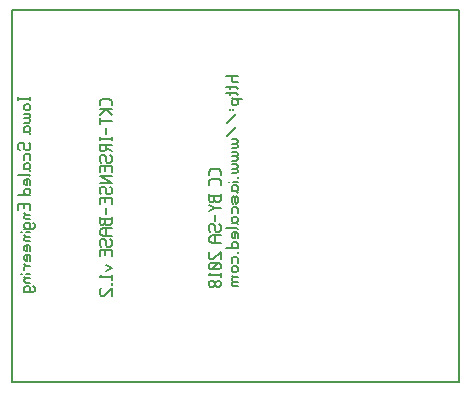
<source format=gbr>
G04 start of page 10 for group -4078 idx -4078 *
G04 Title: (unknown), bottomsilk *
G04 Creator: pcb 20140316 *
G04 CreationDate: Fri 27 Apr 2018 02:04:58 AM GMT UTC *
G04 For: petersen *
G04 Format: Gerber/RS-274X *
G04 PCB-Dimensions (mil): 1500.00 1250.00 *
G04 PCB-Coordinate-Origin: lower left *
%MOIN*%
%FSLAX25Y25*%
%LNBOTTOMSILK*%
%ADD90C,0.0060*%
%ADD89C,0.0080*%
G54D89*X500Y500D02*X149500D01*
Y124500D01*
X500D01*
Y500D01*
G54D90*X71563Y102594D02*X75563D01*
X74063D02*X73563Y102094D01*
Y101094D02*Y102094D01*
Y101094D02*X74063Y100594D01*
X75563D01*
X71563Y98894D02*X75063D01*
X75563Y98394D01*
X73063D02*Y99394D01*
X71563Y96894D02*X75063D01*
X75563Y96394D01*
X73063D02*Y97394D01*
X74063Y94894D02*X77063D01*
X73563Y95394D02*X74063Y94894D01*
X73563Y94394D01*
Y93394D02*Y94394D01*
Y93394D02*X74063Y92894D01*
X75063D01*
X75563Y93394D02*X75063Y92894D01*
X75563Y93394D02*Y94394D01*
X75063Y94894D02*X75563Y94394D01*
X73063Y91194D02*Y91694D01*
X74063Y91194D02*Y91694D01*
X75063Y89994D02*X72063Y86994D01*
X75063Y85794D02*X72063Y82794D01*
X73563Y81594D02*X75063D01*
X75563Y81094D01*
Y80594D02*Y81094D01*
Y80594D02*X75063Y80094D01*
X73563D02*X75063D01*
X75563Y79594D01*
Y79094D02*Y79594D01*
Y79094D02*X75063Y78594D01*
X73563D02*X75063D01*
X73563Y77394D02*X75063D01*
X75563Y76894D01*
Y76394D02*Y76894D01*
Y76394D02*X75063Y75894D01*
X73563D02*X75063D01*
X75563Y75394D01*
Y74894D02*Y75394D01*
Y74894D02*X75063Y74394D01*
X73563D02*X75063D01*
X73563Y73194D02*X75063D01*
X75563Y72694D01*
Y72194D02*Y72694D01*
Y72194D02*X75063Y71694D01*
X73563D02*X75063D01*
X75563Y71194D01*
Y70694D02*Y71194D01*
Y70694D02*X75063Y70194D01*
X73563D02*X75063D01*
X75563Y68494D02*Y68994D01*
X72563Y67294D02*X72663D01*
X74063D02*X75563D01*
X73563Y64794D02*X74063Y64294D01*
X73563Y64794D02*Y65794D01*
X74063Y66294D02*X73563Y65794D01*
X74063Y66294D02*X75063D01*
X75563Y65794D01*
X73563Y64294D02*X75063D01*
X75563Y63794D01*
Y64794D02*Y65794D01*
Y64794D02*X75063Y64294D01*
X75563Y60594D02*Y62094D01*
Y60594D02*X75063Y60094D01*
X74563Y60594D02*X75063Y60094D01*
X74563Y60594D02*Y62094D01*
X74063Y62594D02*X74563Y62094D01*
X74063Y62594D02*X73563Y62094D01*
Y60594D02*Y62094D01*
Y60594D02*X74063Y60094D01*
X75063Y62594D02*X75563Y62094D01*
X73563Y56894D02*Y58394D01*
X74063Y58894D02*X73563Y58394D01*
X74063Y58894D02*X75063D01*
X75563Y58394D01*
Y56894D02*Y58394D01*
X73563Y54194D02*X74063Y53694D01*
X73563Y54194D02*Y55194D01*
X74063Y55694D02*X73563Y55194D01*
X74063Y55694D02*X75063D01*
X75563Y55194D01*
X73563Y53694D02*X75063D01*
X75563Y53194D01*
Y54194D02*Y55194D01*
Y54194D02*X75063Y53694D01*
X71563Y51994D02*X75063D01*
X75563Y51494D01*
Y48494D02*Y49994D01*
X75063Y50494D02*X75563Y49994D01*
X74063Y50494D02*X75063D01*
X74063D02*X73563Y49994D01*
Y48994D02*Y49994D01*
Y48994D02*X74063Y48494D01*
X74563D02*Y50494D01*
X74063Y48494D02*X74563D01*
X71563Y45294D02*X75563D01*
Y45794D02*X75063Y45294D01*
X75563Y45794D02*Y46794D01*
X75063Y47294D02*X75563Y46794D01*
X74063Y47294D02*X75063D01*
X74063D02*X73563Y46794D01*
Y45794D02*Y46794D01*
Y45794D02*X74063Y45294D01*
X75563Y43594D02*Y44094D01*
X73563Y40394D02*Y41894D01*
X74063Y42394D02*X73563Y41894D01*
X74063Y42394D02*X75063D01*
X75563Y41894D01*
Y40394D02*Y41894D01*
X74063Y39194D02*X75063D01*
X74063D02*X73563Y38694D01*
Y37694D02*Y38694D01*
Y37694D02*X74063Y37194D01*
X75063D01*
X75563Y37694D02*X75063Y37194D01*
X75563Y37694D02*Y38694D01*
X75063Y39194D02*X75563Y38694D01*
X74063Y35494D02*X75563D01*
X74063D02*X73563Y34994D01*
Y34494D02*Y34994D01*
Y34494D02*X74063Y33994D01*
X75563D01*
X74063D02*X73563Y33494D01*
Y32994D02*Y33494D01*
Y32994D02*X74063Y32494D01*
X75563D01*
X73563Y35994D02*X74063Y35494D01*
X69921Y69500D02*Y70800D01*
X69221Y71500D02*X69921Y70800D01*
X66621Y71500D02*X69221D01*
X66621D02*X65921Y70800D01*
Y69500D02*Y70800D01*
X69921Y66300D02*Y67600D01*
X69221Y68300D02*X69921Y67600D01*
X66621Y68300D02*X69221D01*
X66621D02*X65921Y67600D01*
Y66300D02*Y67600D01*
X69921Y61300D02*Y63300D01*
Y61300D02*X69421Y60800D01*
X68221D02*X69421D01*
X67721Y61300D02*X68221Y60800D01*
X67721Y61300D02*Y62800D01*
X65921D02*X69921D01*
X65921Y61300D02*Y63300D01*
Y61300D02*X66421Y60800D01*
X67221D01*
X67721Y61300D02*X67221Y60800D01*
X65921Y59600D02*X67921Y58600D01*
X65921Y57600D01*
X67921Y58600D02*X69921D01*
X67921Y54400D02*Y56400D01*
X65921Y51200D02*X66421Y50700D01*
X65921Y51200D02*Y52700D01*
X66421Y53200D02*X65921Y52700D01*
X66421Y53200D02*X67421D01*
X67921Y52700D01*
Y51200D02*Y52700D01*
Y51200D02*X68421Y50700D01*
X69421D01*
X69921Y51200D02*X69421Y50700D01*
X69921Y51200D02*Y52700D01*
X69421Y53200D02*X69921Y52700D01*
X66921Y49500D02*X69921D01*
X66921D02*X65921Y48800D01*
Y47700D02*Y48800D01*
Y47700D02*X66921Y47000D01*
X69921D01*
X67921D02*Y49500D01*
X66421Y44000D02*X65921Y43500D01*
Y42000D02*Y43500D01*
Y42000D02*X66421Y41500D01*
X67421D01*
X69921Y44000D02*X67421Y41500D01*
X69921D02*Y44000D01*
X69421Y40300D02*X69921Y39800D01*
X66421Y40300D02*X69421D01*
X66421D02*X65921Y39800D01*
Y38800D02*Y39800D01*
Y38800D02*X66421Y38300D01*
X69421D01*
X69921Y38800D02*X69421Y38300D01*
X69921Y38800D02*Y39800D01*
X68921Y40300D02*X66921Y38300D01*
X66721Y37100D02*X65921Y36300D01*
X69921D01*
Y35600D02*Y37100D01*
X69421Y34400D02*X69921Y33900D01*
X68621Y34400D02*X69421D01*
X68621D02*X67921Y33700D01*
Y33100D02*Y33700D01*
Y33100D02*X68621Y32400D01*
X69421D01*
X69921Y32900D02*X69421Y32400D01*
X69921Y32900D02*Y33900D01*
X67221Y34400D02*X67921Y33700D01*
X66421Y34400D02*X67221D01*
X66421D02*X65921Y33900D01*
Y32900D02*Y33900D01*
Y32900D02*X66421Y32400D01*
X67221D01*
X67921Y33100D02*X67221Y32400D01*
X2500Y94500D02*Y95500D01*
Y95000D02*X6500D01*
Y94500D02*Y95500D01*
X5000Y93300D02*X6000D01*
X5000D02*X4500Y92800D01*
Y91800D02*Y92800D01*
Y91800D02*X5000Y91300D01*
X6000D01*
X6500Y91800D02*X6000Y91300D01*
X6500Y91800D02*Y92800D01*
X6000Y93300D02*X6500Y92800D01*
X4500Y90100D02*X6000D01*
X6500Y89600D01*
Y89100D02*Y89600D01*
Y89100D02*X6000Y88600D01*
X4500D02*X6000D01*
X6500Y88100D01*
Y87600D02*Y88100D01*
Y87600D02*X6000Y87100D01*
X4500D02*X6000D01*
X4500Y84400D02*X5000Y83900D01*
X4500Y84400D02*Y85400D01*
X5000Y85900D02*X4500Y85400D01*
X5000Y85900D02*X6000D01*
X6500Y85400D01*
X4500Y83900D02*X6000D01*
X6500Y83400D01*
Y84400D02*Y85400D01*
Y84400D02*X6000Y83900D01*
X2500Y78400D02*X3000Y77900D01*
X2500Y78400D02*Y79900D01*
X3000Y80400D02*X2500Y79900D01*
X3000Y80400D02*X4000D01*
X4500Y79900D01*
Y78400D02*Y79900D01*
Y78400D02*X5000Y77900D01*
X6000D01*
X6500Y78400D02*X6000Y77900D01*
X6500Y78400D02*Y79900D01*
X6000Y80400D02*X6500Y79900D01*
X4500Y74700D02*Y76200D01*
X5000Y76700D02*X4500Y76200D01*
X5000Y76700D02*X6000D01*
X6500Y76200D01*
Y74700D02*Y76200D01*
X4500Y72000D02*X5000Y71500D01*
X4500Y72000D02*Y73000D01*
X5000Y73500D02*X4500Y73000D01*
X5000Y73500D02*X6000D01*
X6500Y73000D01*
X4500Y71500D02*X6000D01*
X6500Y71000D01*
Y72000D02*Y73000D01*
Y72000D02*X6000Y71500D01*
X2500Y69800D02*X6000D01*
X6500Y69300D01*
Y66300D02*Y67800D01*
X6000Y68300D02*X6500Y67800D01*
X5000Y68300D02*X6000D01*
X5000D02*X4500Y67800D01*
Y66800D02*Y67800D01*
Y66800D02*X5000Y66300D01*
X5500D02*Y68300D01*
X5000Y66300D02*X5500D01*
X2500Y63100D02*X6500D01*
Y63600D02*X6000Y63100D01*
X6500Y63600D02*Y64600D01*
X6000Y65100D02*X6500Y64600D01*
X5000Y65100D02*X6000D01*
X5000D02*X4500Y64600D01*
Y63600D02*Y64600D01*
Y63600D02*X5000Y63100D01*
X4300Y58600D02*Y60100D01*
X6500Y58100D02*Y60100D01*
X2500D02*X6500D01*
X2500Y58100D02*Y60100D01*
X5000Y56400D02*X6500D01*
X5000D02*X4500Y55900D01*
Y55400D02*Y55900D01*
Y55400D02*X5000Y54900D01*
X6500D01*
X4500Y56900D02*X5000Y56400D01*
X4500Y52200D02*X5000Y51700D01*
X4500Y52200D02*Y53200D01*
X5000Y53700D02*X4500Y53200D01*
X5000Y53700D02*X6000D01*
X6500Y53200D01*
Y52200D02*Y53200D01*
Y52200D02*X6000Y51700D01*
X7500Y53700D02*X8000Y53200D01*
Y52200D02*Y53200D01*
Y52200D02*X7500Y51700D01*
X4500D02*X7500D01*
X3500Y50500D02*X3600D01*
X5000D02*X6500D01*
X5000Y49000D02*X6500D01*
X5000D02*X4500Y48500D01*
Y48000D02*Y48500D01*
Y48000D02*X5000Y47500D01*
X6500D01*
X4500Y49500D02*X5000Y49000D01*
X6500Y44300D02*Y45800D01*
X6000Y46300D02*X6500Y45800D01*
X5000Y46300D02*X6000D01*
X5000D02*X4500Y45800D01*
Y44800D02*Y45800D01*
Y44800D02*X5000Y44300D01*
X5500D02*Y46300D01*
X5000Y44300D02*X5500D01*
X6500Y41100D02*Y42600D01*
X6000Y43100D02*X6500Y42600D01*
X5000Y43100D02*X6000D01*
X5000D02*X4500Y42600D01*
Y41600D02*Y42600D01*
Y41600D02*X5000Y41100D01*
X5500D02*Y43100D01*
X5000Y41100D02*X5500D01*
X5000Y39400D02*X6500D01*
X5000D02*X4500Y38900D01*
Y37900D02*Y38900D01*
Y39900D02*X5000Y39400D01*
X3500Y36700D02*X3600D01*
X5000D02*X6500D01*
X5000Y35200D02*X6500D01*
X5000D02*X4500Y34700D01*
Y34200D02*Y34700D01*
Y34200D02*X5000Y33700D01*
X6500D01*
X4500Y35700D02*X5000Y35200D01*
X4500Y31000D02*X5000Y30500D01*
X4500Y31000D02*Y32000D01*
X5000Y32500D02*X4500Y32000D01*
X5000Y32500D02*X6000D01*
X6500Y32000D01*
Y31000D02*Y32000D01*
Y31000D02*X6000Y30500D01*
X7500Y32500D02*X8000Y32000D01*
Y31000D02*Y32000D01*
Y31000D02*X7500Y30500D01*
X4500D02*X7500D01*
X33532Y92999D02*Y94299D01*
X32832Y94999D02*X33532Y94299D01*
X30232Y94999D02*X32832D01*
X30232D02*X29532Y94299D01*
Y92999D02*Y94299D01*
Y91799D02*X33532D01*
X31532D02*X29532Y89799D01*
X31532Y91799D02*X33532Y89799D01*
X29532Y86599D02*Y88599D01*
Y87599D02*X33532D01*
X31532Y83399D02*Y85399D01*
X29532Y81199D02*Y82199D01*
Y81699D02*X33532D01*
Y81199D02*Y82199D01*
X29532Y77999D02*Y79999D01*
Y77999D02*X30032Y77499D01*
X31032D01*
X31532Y77999D02*X31032Y77499D01*
X31532Y77999D02*Y79499D01*
X29532D02*X33532D01*
X31532Y78699D02*X33532Y77499D01*
X29532Y74299D02*X30032Y73799D01*
X29532Y74299D02*Y75799D01*
X30032Y76299D02*X29532Y75799D01*
X30032Y76299D02*X31032D01*
X31532Y75799D01*
Y74299D02*Y75799D01*
Y74299D02*X32032Y73799D01*
X33032D01*
X33532Y74299D02*X33032Y73799D01*
X33532Y74299D02*Y75799D01*
X33032Y76299D02*X33532Y75799D01*
X31332Y71099D02*Y72599D01*
X33532Y70599D02*Y72599D01*
X29532D02*X33532D01*
X29532Y70599D02*Y72599D01*
Y69399D02*X33532D01*
X29532D02*X33532Y66899D01*
X29532D02*X33532D01*
X29532Y63699D02*X30032Y63199D01*
X29532Y63699D02*Y65199D01*
X30032Y65699D02*X29532Y65199D01*
X30032Y65699D02*X31032D01*
X31532Y65199D01*
Y63699D02*Y65199D01*
Y63699D02*X32032Y63199D01*
X33032D01*
X33532Y63699D02*X33032Y63199D01*
X33532Y63699D02*Y65199D01*
X33032Y65699D02*X33532Y65199D01*
X31332Y60499D02*Y61999D01*
X33532Y59999D02*Y61999D01*
X29532D02*X33532D01*
X29532Y59999D02*Y61999D01*
X31532Y56799D02*Y58799D01*
X33532Y53599D02*Y55599D01*
Y53599D02*X33032Y53099D01*
X31832D02*X33032D01*
X31332Y53599D02*X31832Y53099D01*
X31332Y53599D02*Y55099D01*
X29532D02*X33532D01*
X29532Y53599D02*Y55599D01*
Y53599D02*X30032Y53099D01*
X30832D01*
X31332Y53599D02*X30832Y53099D01*
X30532Y51899D02*X33532D01*
X30532D02*X29532Y51199D01*
Y50099D02*Y51199D01*
Y50099D02*X30532Y49399D01*
X33532D01*
X31532D02*Y51899D01*
X29532Y46199D02*X30032Y45699D01*
X29532Y46199D02*Y47699D01*
X30032Y48199D02*X29532Y47699D01*
X30032Y48199D02*X31032D01*
X31532Y47699D01*
Y46199D02*Y47699D01*
Y46199D02*X32032Y45699D01*
X33032D01*
X33532Y46199D02*X33032Y45699D01*
X33532Y46199D02*Y47699D01*
X33032Y48199D02*X33532Y47699D01*
X31332Y42999D02*Y44499D01*
X33532Y42499D02*Y44499D01*
X29532D02*X33532D01*
X29532Y42499D02*Y44499D01*
X31532Y39499D02*X33532Y38499D01*
X31532Y37499D02*X33532Y38499D01*
X30332Y36299D02*X29532Y35499D01*
X33532D01*
Y34799D02*Y36299D01*
Y33099D02*Y33599D01*
X30032Y31899D02*X29532Y31399D01*
Y29899D02*Y31399D01*
Y29899D02*X30032Y29399D01*
X31032D01*
X33532Y31899D02*X31032Y29399D01*
X33532D02*Y31899D01*
M02*

</source>
